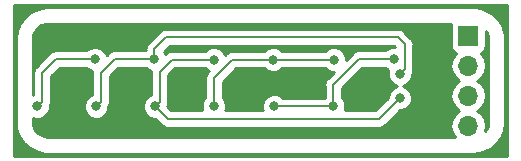
<source format=gbr>
G04 #@! TF.GenerationSoftware,KiCad,Pcbnew,(5.0.0)*
G04 #@! TF.CreationDate,2018-07-30T22:46:19+01:00*
G04 #@! TF.ProjectId,CHARLIE,434841524C49452E6B696361645F7063,rev?*
G04 #@! TF.SameCoordinates,Original*
G04 #@! TF.FileFunction,Copper,L2,Bot,Signal*
G04 #@! TF.FilePolarity,Positive*
%FSLAX46Y46*%
G04 Gerber Fmt 4.6, Leading zero omitted, Abs format (unit mm)*
G04 Created by KiCad (PCBNEW (5.0.0)) date 07/30/18 22:46:19*
%MOMM*%
%LPD*%
G01*
G04 APERTURE LIST*
G04 #@! TA.AperFunction,ComponentPad*
%ADD10R,1.700000X1.700000*%
G04 #@! TD*
G04 #@! TA.AperFunction,ComponentPad*
%ADD11O,1.700000X1.700000*%
G04 #@! TD*
G04 #@! TA.AperFunction,ViaPad*
%ADD12C,0.800000*%
G04 #@! TD*
G04 #@! TA.AperFunction,Conductor*
%ADD13C,0.203200*%
G04 #@! TD*
G04 #@! TA.AperFunction,NonConductor*
%ADD14C,0.254000*%
G04 #@! TD*
G04 APERTURE END LIST*
D10*
G04 #@! TO.P,,1*
G04 #@! TO.N,/PINCON1*
X190000000Y-101000000D03*
D11*
G04 #@! TO.P,,2*
G04 #@! TO.N,/PINCON2*
X190000000Y-103540000D03*
G04 #@! TO.P,,3*
G04 #@! TO.N,/PINCON3*
X190000000Y-106080000D03*
G04 #@! TO.P,,4*
G04 #@! TO.N,/PINCON4*
X190000000Y-108620000D03*
G04 #@! TD*
D12*
G04 #@! TO.N,/IO1*
X158394400Y-102984800D03*
X153519600Y-107000000D03*
X178564000Y-107000000D03*
X173585600Y-107000000D03*
X183677600Y-103000000D03*
G04 #@! TO.N,/IO2*
X158496000Y-107000000D03*
X163408400Y-103000000D03*
X184213500Y-104267500D03*
G04 #@! TO.N,/IO3*
X163474400Y-107000000D03*
X168452800Y-103035600D03*
X184213500Y-106300000D03*
G04 #@! TO.N,/IO4*
X168452800Y-107000000D03*
X173482000Y-103035600D03*
X178612800Y-103035600D03*
G04 #@! TD*
D13*
G04 #@! TO.N,/IO1*
X153919599Y-106600001D02*
X153919599Y-104157601D01*
X153519600Y-107000000D02*
X153919599Y-106600001D01*
X155092400Y-102984800D02*
X158394400Y-102984800D01*
X153919599Y-104157601D02*
X155092400Y-102984800D01*
X178564000Y-107000000D02*
X178564000Y-105167200D01*
X180731200Y-103000000D02*
X183677600Y-103000000D01*
X178564000Y-105167200D02*
X180731200Y-103000000D01*
X177998315Y-107000000D02*
X173585600Y-107000000D01*
X178564000Y-107000000D02*
X177998315Y-107000000D01*
G04 #@! TO.N,/IO2*
X158895999Y-106600001D02*
X158895999Y-104159601D01*
X158496000Y-107000000D02*
X158895999Y-106600001D01*
X160055600Y-103000000D02*
X163408400Y-103000000D01*
X158895999Y-104159601D02*
X160055600Y-103000000D01*
X163408400Y-102149100D02*
X163408400Y-103000000D01*
X164401500Y-101156000D02*
X163408400Y-102149100D01*
X184023000Y-101156000D02*
X164401500Y-101156000D01*
X184613499Y-101746499D02*
X184023000Y-101156000D01*
X184213500Y-104267500D02*
X184613499Y-103867501D01*
X184613499Y-103867501D02*
X184613499Y-101746499D01*
G04 #@! TO.N,/IO3*
X163874399Y-106600001D02*
X163874399Y-104058001D01*
X163474400Y-107000000D02*
X163874399Y-106600001D01*
X164896800Y-103035600D02*
X168452800Y-103035600D01*
X163874399Y-104058001D02*
X164896800Y-103035600D01*
X184213500Y-106300000D02*
X182436000Y-108077500D01*
X164551900Y-108077500D02*
X163474400Y-107000000D01*
X182436000Y-108077500D02*
X164551900Y-108077500D01*
G04 #@! TO.N,/IO4*
X170027600Y-103035600D02*
X173482000Y-103035600D01*
X168452800Y-107000000D02*
X168452800Y-104610400D01*
X168452800Y-104610400D02*
X170027600Y-103035600D01*
X173482000Y-103035600D02*
X178612800Y-103035600D01*
G04 #@! TD*
D14*
G36*
X193273000Y-111173000D02*
X151527000Y-111173000D01*
X151527000Y-101230075D01*
X151690000Y-101230075D01*
X151690001Y-108369926D01*
X151695169Y-108395908D01*
X151713920Y-108648235D01*
X151729474Y-108718981D01*
X151739302Y-108790726D01*
X151741736Y-108799052D01*
X151904213Y-109342337D01*
X151944652Y-109429855D01*
X151983978Y-109517770D01*
X151988648Y-109525072D01*
X151988651Y-109525078D01*
X151988655Y-109525082D01*
X152297080Y-110000924D01*
X152360440Y-110073555D01*
X152422876Y-110146918D01*
X152429413Y-110152621D01*
X152858998Y-110522776D01*
X152940193Y-110574702D01*
X153020716Y-110627596D01*
X153028586Y-110631232D01*
X153028589Y-110631234D01*
X153028592Y-110631235D01*
X153544799Y-110865940D01*
X153637278Y-110892983D01*
X153729435Y-110921158D01*
X153738012Y-110922440D01*
X153738014Y-110922440D01*
X154280334Y-111000106D01*
X154330074Y-111010000D01*
X190469926Y-111010000D01*
X190495916Y-111004830D01*
X190748235Y-110986080D01*
X190818981Y-110970526D01*
X190890726Y-110960698D01*
X190899052Y-110958264D01*
X191442337Y-110795787D01*
X191529855Y-110755348D01*
X191617770Y-110716022D01*
X191625072Y-110711352D01*
X191625078Y-110711349D01*
X191625082Y-110711345D01*
X192100924Y-110402920D01*
X192173555Y-110339560D01*
X192246918Y-110277124D01*
X192252621Y-110270587D01*
X192622776Y-109841002D01*
X192674702Y-109759807D01*
X192727596Y-109679284D01*
X192731234Y-109671410D01*
X192965940Y-109155201D01*
X192992983Y-109062722D01*
X193021158Y-108970565D01*
X193022440Y-108961986D01*
X193100106Y-108419666D01*
X193110000Y-108369926D01*
X193110000Y-101230074D01*
X193104830Y-101204084D01*
X193086080Y-100951765D01*
X193070526Y-100881019D01*
X193060698Y-100809273D01*
X193058264Y-100800948D01*
X192895787Y-100257663D01*
X192855370Y-100170193D01*
X192816022Y-100082229D01*
X192811348Y-100074922D01*
X192502920Y-99599076D01*
X192439560Y-99526445D01*
X192377124Y-99453082D01*
X192370591Y-99447383D01*
X192370587Y-99447379D01*
X192370582Y-99447376D01*
X191941002Y-99077224D01*
X191859789Y-99025286D01*
X191779284Y-98972404D01*
X191771414Y-98968768D01*
X191771411Y-98968766D01*
X191771408Y-98968765D01*
X191255201Y-98734060D01*
X191162732Y-98707020D01*
X191070565Y-98678842D01*
X191061986Y-98677560D01*
X190519666Y-98599894D01*
X190469926Y-98590000D01*
X154330074Y-98590000D01*
X154304084Y-98595170D01*
X154051765Y-98613920D01*
X153981019Y-98629474D01*
X153909273Y-98639302D01*
X153900948Y-98641736D01*
X153357663Y-98804213D01*
X153270193Y-98844630D01*
X153182229Y-98883978D01*
X153174922Y-98888652D01*
X152699076Y-99197080D01*
X152626445Y-99260440D01*
X152553082Y-99322876D01*
X152547383Y-99329409D01*
X152547379Y-99329413D01*
X152547376Y-99329418D01*
X152177224Y-99758998D01*
X152125286Y-99840211D01*
X152072404Y-99920716D01*
X152068766Y-99928590D01*
X151834060Y-100444799D01*
X151807020Y-100537268D01*
X151778842Y-100629435D01*
X151777560Y-100638014D01*
X151699893Y-101180338D01*
X151690000Y-101230075D01*
X151527000Y-101230075D01*
X151527000Y-98427000D01*
X193273000Y-98427000D01*
X193273000Y-111173000D01*
X193273000Y-111173000D01*
G37*
X193273000Y-111173000D02*
X151527000Y-111173000D01*
X151527000Y-101230075D01*
X151690000Y-101230075D01*
X151690001Y-108369926D01*
X151695169Y-108395908D01*
X151713920Y-108648235D01*
X151729474Y-108718981D01*
X151739302Y-108790726D01*
X151741736Y-108799052D01*
X151904213Y-109342337D01*
X151944652Y-109429855D01*
X151983978Y-109517770D01*
X151988648Y-109525072D01*
X151988651Y-109525078D01*
X151988655Y-109525082D01*
X152297080Y-110000924D01*
X152360440Y-110073555D01*
X152422876Y-110146918D01*
X152429413Y-110152621D01*
X152858998Y-110522776D01*
X152940193Y-110574702D01*
X153020716Y-110627596D01*
X153028586Y-110631232D01*
X153028589Y-110631234D01*
X153028592Y-110631235D01*
X153544799Y-110865940D01*
X153637278Y-110892983D01*
X153729435Y-110921158D01*
X153738012Y-110922440D01*
X153738014Y-110922440D01*
X154280334Y-111000106D01*
X154330074Y-111010000D01*
X190469926Y-111010000D01*
X190495916Y-111004830D01*
X190748235Y-110986080D01*
X190818981Y-110970526D01*
X190890726Y-110960698D01*
X190899052Y-110958264D01*
X191442337Y-110795787D01*
X191529855Y-110755348D01*
X191617770Y-110716022D01*
X191625072Y-110711352D01*
X191625078Y-110711349D01*
X191625082Y-110711345D01*
X192100924Y-110402920D01*
X192173555Y-110339560D01*
X192246918Y-110277124D01*
X192252621Y-110270587D01*
X192622776Y-109841002D01*
X192674702Y-109759807D01*
X192727596Y-109679284D01*
X192731234Y-109671410D01*
X192965940Y-109155201D01*
X192992983Y-109062722D01*
X193021158Y-108970565D01*
X193022440Y-108961986D01*
X193100106Y-108419666D01*
X193110000Y-108369926D01*
X193110000Y-101230074D01*
X193104830Y-101204084D01*
X193086080Y-100951765D01*
X193070526Y-100881019D01*
X193060698Y-100809273D01*
X193058264Y-100800948D01*
X192895787Y-100257663D01*
X192855370Y-100170193D01*
X192816022Y-100082229D01*
X192811348Y-100074922D01*
X192502920Y-99599076D01*
X192439560Y-99526445D01*
X192377124Y-99453082D01*
X192370591Y-99447383D01*
X192370587Y-99447379D01*
X192370582Y-99447376D01*
X191941002Y-99077224D01*
X191859789Y-99025286D01*
X191779284Y-98972404D01*
X191771414Y-98968768D01*
X191771411Y-98968766D01*
X191771408Y-98968765D01*
X191255201Y-98734060D01*
X191162732Y-98707020D01*
X191070565Y-98678842D01*
X191061986Y-98677560D01*
X190519666Y-98599894D01*
X190469926Y-98590000D01*
X154330074Y-98590000D01*
X154304084Y-98595170D01*
X154051765Y-98613920D01*
X153981019Y-98629474D01*
X153909273Y-98639302D01*
X153900948Y-98641736D01*
X153357663Y-98804213D01*
X153270193Y-98844630D01*
X153182229Y-98883978D01*
X153174922Y-98888652D01*
X152699076Y-99197080D01*
X152626445Y-99260440D01*
X152553082Y-99322876D01*
X152547383Y-99329409D01*
X152547379Y-99329413D01*
X152547376Y-99329418D01*
X152177224Y-99758998D01*
X152125286Y-99840211D01*
X152072404Y-99920716D01*
X152068766Y-99928590D01*
X151834060Y-100444799D01*
X151807020Y-100537268D01*
X151778842Y-100629435D01*
X151777560Y-100638014D01*
X151699893Y-101180338D01*
X151690000Y-101230075D01*
X151527000Y-101230075D01*
X151527000Y-98427000D01*
X193273000Y-98427000D01*
X193273000Y-111173000D01*
G36*
X188502560Y-100150000D02*
X188502560Y-101850000D01*
X188551843Y-102097765D01*
X188692191Y-102307809D01*
X188902235Y-102448157D01*
X188947619Y-102457184D01*
X188929375Y-102469375D01*
X188601161Y-102960582D01*
X188485908Y-103540000D01*
X188601161Y-104119418D01*
X188929375Y-104610625D01*
X189227761Y-104810000D01*
X188929375Y-105009375D01*
X188601161Y-105500582D01*
X188485908Y-106080000D01*
X188601161Y-106659418D01*
X188929375Y-107150625D01*
X189227761Y-107350000D01*
X188929375Y-107549375D01*
X188601161Y-108040582D01*
X188485908Y-108620000D01*
X188601161Y-109199418D01*
X188862140Y-109590000D01*
X154450580Y-109590000D01*
X154039973Y-109531197D01*
X153708888Y-109380661D01*
X153433361Y-109143251D01*
X153235544Y-108838056D01*
X153124300Y-108466083D01*
X153110000Y-108273652D01*
X153110000Y-107950614D01*
X153313726Y-108035000D01*
X153725474Y-108035000D01*
X154105880Y-107877431D01*
X154397031Y-107586280D01*
X154554600Y-107205874D01*
X154554600Y-106975498D01*
X154613460Y-106887408D01*
X154656199Y-106672545D01*
X154656199Y-106672542D01*
X154670628Y-106600002D01*
X154656199Y-106527461D01*
X154656199Y-104462710D01*
X155397510Y-103721400D01*
X157667289Y-103721400D01*
X157808120Y-103862231D01*
X158173977Y-104013773D01*
X158144970Y-104159601D01*
X158159400Y-104232146D01*
X158159399Y-106019149D01*
X157909720Y-106122569D01*
X157618569Y-106413720D01*
X157461000Y-106794126D01*
X157461000Y-107205874D01*
X157618569Y-107586280D01*
X157909720Y-107877431D01*
X158290126Y-108035000D01*
X158701874Y-108035000D01*
X159082280Y-107877431D01*
X159373431Y-107586280D01*
X159531000Y-107205874D01*
X159531000Y-106975498D01*
X159589860Y-106887408D01*
X159632599Y-106672545D01*
X159632599Y-106672542D01*
X159647028Y-106600002D01*
X159632599Y-106527461D01*
X159632599Y-104464710D01*
X160360709Y-103736600D01*
X162681289Y-103736600D01*
X162822120Y-103877431D01*
X163133622Y-104006459D01*
X163123370Y-104058001D01*
X163137800Y-104130546D01*
X163137799Y-106019149D01*
X162888120Y-106122569D01*
X162596969Y-106413720D01*
X162439400Y-106794126D01*
X162439400Y-107205874D01*
X162596969Y-107586280D01*
X162888120Y-107877431D01*
X163268526Y-108035000D01*
X163467691Y-108035000D01*
X163979750Y-108547060D01*
X164020842Y-108608558D01*
X164082339Y-108649649D01*
X164082341Y-108649651D01*
X164153668Y-108697310D01*
X164264493Y-108771361D01*
X164479356Y-108814100D01*
X164479359Y-108814100D01*
X164551899Y-108828529D01*
X164624440Y-108814100D01*
X182363460Y-108814100D01*
X182436000Y-108828529D01*
X182508540Y-108814100D01*
X182508544Y-108814100D01*
X182723407Y-108771361D01*
X182967058Y-108608558D01*
X183008151Y-108547058D01*
X184220210Y-107335000D01*
X184419374Y-107335000D01*
X184799780Y-107177431D01*
X185090931Y-106886280D01*
X185248500Y-106505874D01*
X185248500Y-106094126D01*
X185090931Y-105713720D01*
X184799780Y-105422569D01*
X184464641Y-105283750D01*
X184799780Y-105144931D01*
X185090931Y-104853780D01*
X185248500Y-104473374D01*
X185248500Y-104242998D01*
X185307360Y-104154908D01*
X185350099Y-103940045D01*
X185350099Y-103940042D01*
X185364528Y-103867502D01*
X185350099Y-103794961D01*
X185350099Y-101819039D01*
X185364528Y-101746499D01*
X185350099Y-101673958D01*
X185350099Y-101673955D01*
X185307360Y-101459092D01*
X185305759Y-101456696D01*
X185185650Y-101276940D01*
X185185648Y-101276938D01*
X185144557Y-101215441D01*
X185083059Y-101174349D01*
X184595151Y-100686442D01*
X184554058Y-100624942D01*
X184310407Y-100462139D01*
X184095544Y-100419400D01*
X184095540Y-100419400D01*
X184023000Y-100404971D01*
X183950460Y-100419400D01*
X164474038Y-100419400D01*
X164401499Y-100404971D01*
X164328960Y-100419400D01*
X164328956Y-100419400D01*
X164114093Y-100462139D01*
X163870442Y-100624942D01*
X163829349Y-100686442D01*
X162938842Y-101576949D01*
X162877342Y-101618042D01*
X162714539Y-101861694D01*
X162671800Y-102076557D01*
X162671800Y-102076560D01*
X162657371Y-102149100D01*
X162671800Y-102221640D01*
X162671800Y-102263400D01*
X160128138Y-102263400D01*
X160055599Y-102248971D01*
X159983060Y-102263400D01*
X159983056Y-102263400D01*
X159768193Y-102306139D01*
X159524542Y-102468942D01*
X159483449Y-102530442D01*
X159372451Y-102641440D01*
X159271831Y-102398520D01*
X158980680Y-102107369D01*
X158600274Y-101949800D01*
X158188526Y-101949800D01*
X157808120Y-102107369D01*
X157667289Y-102248200D01*
X155164940Y-102248200D01*
X155092399Y-102233771D01*
X155019859Y-102248200D01*
X155019856Y-102248200D01*
X154837007Y-102284571D01*
X154804993Y-102290939D01*
X154622841Y-102412649D01*
X154622839Y-102412651D01*
X154561342Y-102453742D01*
X154520250Y-102515240D01*
X153450039Y-103585452D01*
X153388542Y-103626543D01*
X153347451Y-103688040D01*
X153347448Y-103688043D01*
X153225738Y-103870195D01*
X153168570Y-104157601D01*
X153183000Y-104230146D01*
X153182999Y-106019149D01*
X153110000Y-106049386D01*
X153110000Y-101350580D01*
X153168803Y-100939973D01*
X153319338Y-100608890D01*
X153556749Y-100333361D01*
X153861944Y-100135544D01*
X154233917Y-100024300D01*
X154426348Y-100010000D01*
X188530407Y-100010000D01*
X188502560Y-100150000D01*
X188502560Y-100150000D01*
G37*
X188502560Y-100150000D02*
X188502560Y-101850000D01*
X188551843Y-102097765D01*
X188692191Y-102307809D01*
X188902235Y-102448157D01*
X188947619Y-102457184D01*
X188929375Y-102469375D01*
X188601161Y-102960582D01*
X188485908Y-103540000D01*
X188601161Y-104119418D01*
X188929375Y-104610625D01*
X189227761Y-104810000D01*
X188929375Y-105009375D01*
X188601161Y-105500582D01*
X188485908Y-106080000D01*
X188601161Y-106659418D01*
X188929375Y-107150625D01*
X189227761Y-107350000D01*
X188929375Y-107549375D01*
X188601161Y-108040582D01*
X188485908Y-108620000D01*
X188601161Y-109199418D01*
X188862140Y-109590000D01*
X154450580Y-109590000D01*
X154039973Y-109531197D01*
X153708888Y-109380661D01*
X153433361Y-109143251D01*
X153235544Y-108838056D01*
X153124300Y-108466083D01*
X153110000Y-108273652D01*
X153110000Y-107950614D01*
X153313726Y-108035000D01*
X153725474Y-108035000D01*
X154105880Y-107877431D01*
X154397031Y-107586280D01*
X154554600Y-107205874D01*
X154554600Y-106975498D01*
X154613460Y-106887408D01*
X154656199Y-106672545D01*
X154656199Y-106672542D01*
X154670628Y-106600002D01*
X154656199Y-106527461D01*
X154656199Y-104462710D01*
X155397510Y-103721400D01*
X157667289Y-103721400D01*
X157808120Y-103862231D01*
X158173977Y-104013773D01*
X158144970Y-104159601D01*
X158159400Y-104232146D01*
X158159399Y-106019149D01*
X157909720Y-106122569D01*
X157618569Y-106413720D01*
X157461000Y-106794126D01*
X157461000Y-107205874D01*
X157618569Y-107586280D01*
X157909720Y-107877431D01*
X158290126Y-108035000D01*
X158701874Y-108035000D01*
X159082280Y-107877431D01*
X159373431Y-107586280D01*
X159531000Y-107205874D01*
X159531000Y-106975498D01*
X159589860Y-106887408D01*
X159632599Y-106672545D01*
X159632599Y-106672542D01*
X159647028Y-106600002D01*
X159632599Y-106527461D01*
X159632599Y-104464710D01*
X160360709Y-103736600D01*
X162681289Y-103736600D01*
X162822120Y-103877431D01*
X163133622Y-104006459D01*
X163123370Y-104058001D01*
X163137800Y-104130546D01*
X163137799Y-106019149D01*
X162888120Y-106122569D01*
X162596969Y-106413720D01*
X162439400Y-106794126D01*
X162439400Y-107205874D01*
X162596969Y-107586280D01*
X162888120Y-107877431D01*
X163268526Y-108035000D01*
X163467691Y-108035000D01*
X163979750Y-108547060D01*
X164020842Y-108608558D01*
X164082339Y-108649649D01*
X164082341Y-108649651D01*
X164153668Y-108697310D01*
X164264493Y-108771361D01*
X164479356Y-108814100D01*
X164479359Y-108814100D01*
X164551899Y-108828529D01*
X164624440Y-108814100D01*
X182363460Y-108814100D01*
X182436000Y-108828529D01*
X182508540Y-108814100D01*
X182508544Y-108814100D01*
X182723407Y-108771361D01*
X182967058Y-108608558D01*
X183008151Y-108547058D01*
X184220210Y-107335000D01*
X184419374Y-107335000D01*
X184799780Y-107177431D01*
X185090931Y-106886280D01*
X185248500Y-106505874D01*
X185248500Y-106094126D01*
X185090931Y-105713720D01*
X184799780Y-105422569D01*
X184464641Y-105283750D01*
X184799780Y-105144931D01*
X185090931Y-104853780D01*
X185248500Y-104473374D01*
X185248500Y-104242998D01*
X185307360Y-104154908D01*
X185350099Y-103940045D01*
X185350099Y-103940042D01*
X185364528Y-103867502D01*
X185350099Y-103794961D01*
X185350099Y-101819039D01*
X185364528Y-101746499D01*
X185350099Y-101673958D01*
X185350099Y-101673955D01*
X185307360Y-101459092D01*
X185305759Y-101456696D01*
X185185650Y-101276940D01*
X185185648Y-101276938D01*
X185144557Y-101215441D01*
X185083059Y-101174349D01*
X184595151Y-100686442D01*
X184554058Y-100624942D01*
X184310407Y-100462139D01*
X184095544Y-100419400D01*
X184095540Y-100419400D01*
X184023000Y-100404971D01*
X183950460Y-100419400D01*
X164474038Y-100419400D01*
X164401499Y-100404971D01*
X164328960Y-100419400D01*
X164328956Y-100419400D01*
X164114093Y-100462139D01*
X163870442Y-100624942D01*
X163829349Y-100686442D01*
X162938842Y-101576949D01*
X162877342Y-101618042D01*
X162714539Y-101861694D01*
X162671800Y-102076557D01*
X162671800Y-102076560D01*
X162657371Y-102149100D01*
X162671800Y-102221640D01*
X162671800Y-102263400D01*
X160128138Y-102263400D01*
X160055599Y-102248971D01*
X159983060Y-102263400D01*
X159983056Y-102263400D01*
X159768193Y-102306139D01*
X159524542Y-102468942D01*
X159483449Y-102530442D01*
X159372451Y-102641440D01*
X159271831Y-102398520D01*
X158980680Y-102107369D01*
X158600274Y-101949800D01*
X158188526Y-101949800D01*
X157808120Y-102107369D01*
X157667289Y-102248200D01*
X155164940Y-102248200D01*
X155092399Y-102233771D01*
X155019859Y-102248200D01*
X155019856Y-102248200D01*
X154837007Y-102284571D01*
X154804993Y-102290939D01*
X154622841Y-102412649D01*
X154622839Y-102412651D01*
X154561342Y-102453742D01*
X154520250Y-102515240D01*
X153450039Y-103585452D01*
X153388542Y-103626543D01*
X153347451Y-103688040D01*
X153347448Y-103688043D01*
X153225738Y-103870195D01*
X153168570Y-104157601D01*
X153183000Y-104230146D01*
X153182999Y-106019149D01*
X153110000Y-106049386D01*
X153110000Y-101350580D01*
X153168803Y-100939973D01*
X153319338Y-100608890D01*
X153556749Y-100333361D01*
X153861944Y-100135544D01*
X154233917Y-100024300D01*
X154426348Y-100010000D01*
X188530407Y-100010000D01*
X188502560Y-100150000D01*
G36*
X191564456Y-100761944D02*
X191675700Y-101133917D01*
X191690001Y-101326362D01*
X191690000Y-108249420D01*
X191631197Y-108660027D01*
X191480661Y-108991112D01*
X191428152Y-109052052D01*
X191514092Y-108620000D01*
X191398839Y-108040582D01*
X191070625Y-107549375D01*
X190772239Y-107350000D01*
X191070625Y-107150625D01*
X191398839Y-106659418D01*
X191514092Y-106080000D01*
X191398839Y-105500582D01*
X191070625Y-105009375D01*
X190772239Y-104810000D01*
X191070625Y-104610625D01*
X191398839Y-104119418D01*
X191514092Y-103540000D01*
X191398839Y-102960582D01*
X191070625Y-102469375D01*
X191052381Y-102457184D01*
X191097765Y-102448157D01*
X191307809Y-102307809D01*
X191448157Y-102097765D01*
X191497440Y-101850000D01*
X191497440Y-100658550D01*
X191564456Y-100761944D01*
X191564456Y-100761944D01*
G37*
X191564456Y-100761944D02*
X191675700Y-101133917D01*
X191690001Y-101326362D01*
X191690000Y-108249420D01*
X191631197Y-108660027D01*
X191480661Y-108991112D01*
X191428152Y-109052052D01*
X191514092Y-108620000D01*
X191398839Y-108040582D01*
X191070625Y-107549375D01*
X190772239Y-107350000D01*
X191070625Y-107150625D01*
X191398839Y-106659418D01*
X191514092Y-106080000D01*
X191398839Y-105500582D01*
X191070625Y-105009375D01*
X190772239Y-104810000D01*
X191070625Y-104610625D01*
X191398839Y-104119418D01*
X191514092Y-103540000D01*
X191398839Y-102960582D01*
X191070625Y-102469375D01*
X191052381Y-102457184D01*
X191097765Y-102448157D01*
X191307809Y-102307809D01*
X191448157Y-102097765D01*
X191497440Y-101850000D01*
X191497440Y-100658550D01*
X191564456Y-100761944D01*
G36*
X167866520Y-103913031D02*
X168037597Y-103983893D01*
X167983240Y-104038251D01*
X167921743Y-104079342D01*
X167880652Y-104140839D01*
X167880649Y-104140842D01*
X167758939Y-104322994D01*
X167701771Y-104610400D01*
X167716201Y-104682945D01*
X167716200Y-106272889D01*
X167575369Y-106413720D01*
X167417800Y-106794126D01*
X167417800Y-107205874D01*
X167473729Y-107340900D01*
X164857010Y-107340900D01*
X164509400Y-106993291D01*
X164509400Y-106975498D01*
X164568260Y-106887408D01*
X164610999Y-106672545D01*
X164610999Y-106672542D01*
X164625428Y-106600002D01*
X164610999Y-106527461D01*
X164610999Y-104363110D01*
X165201909Y-103772200D01*
X167725689Y-103772200D01*
X167866520Y-103913031D01*
X167866520Y-103913031D01*
G37*
X167866520Y-103913031D02*
X168037597Y-103983893D01*
X167983240Y-104038251D01*
X167921743Y-104079342D01*
X167880652Y-104140839D01*
X167880649Y-104140842D01*
X167758939Y-104322994D01*
X167701771Y-104610400D01*
X167716201Y-104682945D01*
X167716200Y-106272889D01*
X167575369Y-106413720D01*
X167417800Y-106794126D01*
X167417800Y-107205874D01*
X167473729Y-107340900D01*
X164857010Y-107340900D01*
X164509400Y-106993291D01*
X164509400Y-106975498D01*
X164568260Y-106887408D01*
X164610999Y-106672545D01*
X164610999Y-106672542D01*
X164625428Y-106600002D01*
X164610999Y-106527461D01*
X164610999Y-104363110D01*
X165201909Y-103772200D01*
X167725689Y-103772200D01*
X167866520Y-103913031D01*
G36*
X172895720Y-103913031D02*
X173276126Y-104070600D01*
X173687874Y-104070600D01*
X174068280Y-103913031D01*
X174209111Y-103772200D01*
X177885689Y-103772200D01*
X178026520Y-103913031D01*
X178406926Y-104070600D01*
X178618891Y-104070600D01*
X178094440Y-104595051D01*
X178032943Y-104636142D01*
X177991852Y-104697639D01*
X177991849Y-104697642D01*
X177870139Y-104879794D01*
X177812971Y-105167200D01*
X177827401Y-105239745D01*
X177827400Y-106263400D01*
X174312711Y-106263400D01*
X174171880Y-106122569D01*
X173791474Y-105965000D01*
X173379726Y-105965000D01*
X172999320Y-106122569D01*
X172708169Y-106413720D01*
X172550600Y-106794126D01*
X172550600Y-107205874D01*
X172606529Y-107340900D01*
X169431871Y-107340900D01*
X169487800Y-107205874D01*
X169487800Y-106794126D01*
X169330231Y-106413720D01*
X169189400Y-106272889D01*
X169189400Y-104915509D01*
X170332710Y-103772200D01*
X172754889Y-103772200D01*
X172895720Y-103913031D01*
X172895720Y-103913031D01*
G37*
X172895720Y-103913031D02*
X173276126Y-104070600D01*
X173687874Y-104070600D01*
X174068280Y-103913031D01*
X174209111Y-103772200D01*
X177885689Y-103772200D01*
X178026520Y-103913031D01*
X178406926Y-104070600D01*
X178618891Y-104070600D01*
X178094440Y-104595051D01*
X178032943Y-104636142D01*
X177991852Y-104697639D01*
X177991849Y-104697642D01*
X177870139Y-104879794D01*
X177812971Y-105167200D01*
X177827401Y-105239745D01*
X177827400Y-106263400D01*
X174312711Y-106263400D01*
X174171880Y-106122569D01*
X173791474Y-105965000D01*
X173379726Y-105965000D01*
X172999320Y-106122569D01*
X172708169Y-106413720D01*
X172550600Y-106794126D01*
X172550600Y-107205874D01*
X172606529Y-107340900D01*
X169431871Y-107340900D01*
X169487800Y-107205874D01*
X169487800Y-106794126D01*
X169330231Y-106413720D01*
X169189400Y-106272889D01*
X169189400Y-104915509D01*
X170332710Y-103772200D01*
X172754889Y-103772200D01*
X172895720Y-103913031D01*
G36*
X183091320Y-103877431D02*
X183230856Y-103935228D01*
X183178500Y-104061626D01*
X183178500Y-104473374D01*
X183336069Y-104853780D01*
X183627220Y-105144931D01*
X183962359Y-105283750D01*
X183627220Y-105422569D01*
X183336069Y-105713720D01*
X183178500Y-106094126D01*
X183178500Y-106293290D01*
X182130891Y-107340900D01*
X179543071Y-107340900D01*
X179599000Y-107205874D01*
X179599000Y-106794126D01*
X179441431Y-106413720D01*
X179300600Y-106272889D01*
X179300600Y-105472309D01*
X181036310Y-103736600D01*
X182950489Y-103736600D01*
X183091320Y-103877431D01*
X183091320Y-103877431D01*
G37*
X183091320Y-103877431D02*
X183230856Y-103935228D01*
X183178500Y-104061626D01*
X183178500Y-104473374D01*
X183336069Y-104853780D01*
X183627220Y-105144931D01*
X183962359Y-105283750D01*
X183627220Y-105422569D01*
X183336069Y-105713720D01*
X183178500Y-106094126D01*
X183178500Y-106293290D01*
X182130891Y-107340900D01*
X179543071Y-107340900D01*
X179599000Y-107205874D01*
X179599000Y-106794126D01*
X179441431Y-106413720D01*
X179300600Y-106272889D01*
X179300600Y-105472309D01*
X181036310Y-103736600D01*
X182950489Y-103736600D01*
X183091320Y-103877431D01*
G36*
X183790291Y-101965000D02*
X183471726Y-101965000D01*
X183091320Y-102122569D01*
X182950489Y-102263400D01*
X180803740Y-102263400D01*
X180731200Y-102248971D01*
X180658659Y-102263400D01*
X180658656Y-102263400D01*
X180443793Y-102306139D01*
X180261641Y-102427849D01*
X180261640Y-102427850D01*
X180200142Y-102468942D01*
X180159051Y-102530440D01*
X179647800Y-103041690D01*
X179647800Y-102829726D01*
X179490231Y-102449320D01*
X179199080Y-102158169D01*
X178818674Y-102000600D01*
X178406926Y-102000600D01*
X178026520Y-102158169D01*
X177885689Y-102299000D01*
X174209111Y-102299000D01*
X174068280Y-102158169D01*
X173687874Y-102000600D01*
X173276126Y-102000600D01*
X172895720Y-102158169D01*
X172754889Y-102299000D01*
X170100140Y-102299000D01*
X170027600Y-102284571D01*
X169955059Y-102299000D01*
X169955056Y-102299000D01*
X169740193Y-102341739D01*
X169558041Y-102463449D01*
X169558040Y-102463450D01*
X169496542Y-102504542D01*
X169455450Y-102566040D01*
X169401093Y-102620397D01*
X169330231Y-102449320D01*
X169039080Y-102158169D01*
X168658674Y-102000600D01*
X168246926Y-102000600D01*
X167866520Y-102158169D01*
X167725689Y-102299000D01*
X164969340Y-102299000D01*
X164896799Y-102284571D01*
X164824259Y-102299000D01*
X164824256Y-102299000D01*
X164609393Y-102341739D01*
X164365742Y-102504542D01*
X164339635Y-102543614D01*
X164285831Y-102413720D01*
X164235660Y-102363549D01*
X164706609Y-101892600D01*
X183717891Y-101892600D01*
X183790291Y-101965000D01*
X183790291Y-101965000D01*
G37*
X183790291Y-101965000D02*
X183471726Y-101965000D01*
X183091320Y-102122569D01*
X182950489Y-102263400D01*
X180803740Y-102263400D01*
X180731200Y-102248971D01*
X180658659Y-102263400D01*
X180658656Y-102263400D01*
X180443793Y-102306139D01*
X180261641Y-102427849D01*
X180261640Y-102427850D01*
X180200142Y-102468942D01*
X180159051Y-102530440D01*
X179647800Y-103041690D01*
X179647800Y-102829726D01*
X179490231Y-102449320D01*
X179199080Y-102158169D01*
X178818674Y-102000600D01*
X178406926Y-102000600D01*
X178026520Y-102158169D01*
X177885689Y-102299000D01*
X174209111Y-102299000D01*
X174068280Y-102158169D01*
X173687874Y-102000600D01*
X173276126Y-102000600D01*
X172895720Y-102158169D01*
X172754889Y-102299000D01*
X170100140Y-102299000D01*
X170027600Y-102284571D01*
X169955059Y-102299000D01*
X169955056Y-102299000D01*
X169740193Y-102341739D01*
X169558041Y-102463449D01*
X169558040Y-102463450D01*
X169496542Y-102504542D01*
X169455450Y-102566040D01*
X169401093Y-102620397D01*
X169330231Y-102449320D01*
X169039080Y-102158169D01*
X168658674Y-102000600D01*
X168246926Y-102000600D01*
X167866520Y-102158169D01*
X167725689Y-102299000D01*
X164969340Y-102299000D01*
X164896799Y-102284571D01*
X164824259Y-102299000D01*
X164824256Y-102299000D01*
X164609393Y-102341739D01*
X164365742Y-102504542D01*
X164339635Y-102543614D01*
X164285831Y-102413720D01*
X164235660Y-102363549D01*
X164706609Y-101892600D01*
X183717891Y-101892600D01*
X183790291Y-101965000D01*
M02*

</source>
